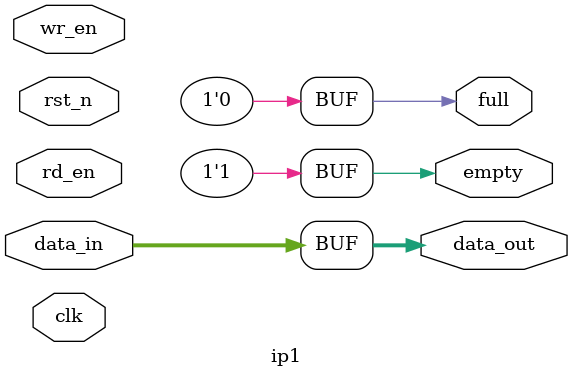
<source format=v>
module ip1 (
    input  clk,
    input  rst_n,
    input  [7:0] data_in,
    input  wr_en,
    input  rd_en,
    output [7:0] data_out,
    output full,
    output empty
);
    assign data_out = data_in;
    assign full = 1'b0;
    assign empty = 1'b1;
endmodule

</source>
